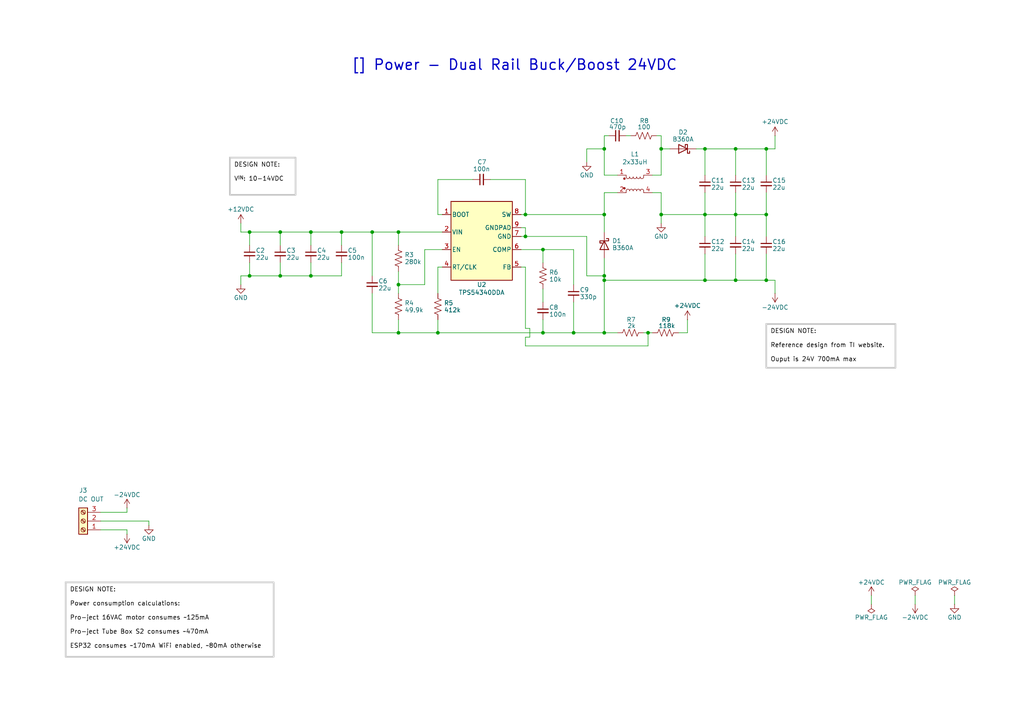
<source format=kicad_sch>
(kicad_sch (version 20250114) (generator "eeschema") (generator_version "9.0")
  (paper "A4")
  (title_block (title "Power - Dual Rail Buck/Boost 24VDC") (date "2025-07-13") (rev "1.2") (company "Wattle Labs"))
  (lib_symbols
    (symbol "Connector:Screw_Terminal_01x03" (pin_names (offset 1.016) (hide yes))
      (property "Reference" "J" (at 0 5.08 0))
      (property "Value" "Screw_Terminal_01x03" (at 0 -5.08 0))
      (symbol "Screw_Terminal_01x03_1_1"
        (rectangle (start -1.27 3.81) (end 1.27 -3.81) (stroke (width 0.254)) (fill (type background)))
        (polyline (pts (xy -0.5334 2.8702) (xy 0.3302 2.032)) (stroke (width 0.1524)))
        (polyline (pts (xy -0.5334 0.3302) (xy 0.3302 -0.508)) (stroke (width 0.1524)))
        (polyline (pts (xy -0.5334 -2.2098) (xy 0.3302 -3.048)) (stroke (width 0.1524)))
        (polyline (pts (xy -0.3556 3.048) (xy 0.508 2.2098)) (stroke (width 0.1524)))
        (polyline (pts (xy -0.3556 0.508) (xy 0.508 -0.3302)) (stroke (width 0.1524)))
        (polyline (pts (xy -0.3556 -2.032) (xy 0.508 -2.8702)) (stroke (width 0.1524)))
        (circle (center 0 2.54) (radius 0.635) (stroke (width 0.1524)))
        (circle (center 0 0) (radius 0.635) (stroke (width 0.1524)))
        (circle (center 0 -2.54) (radius 0.635) (stroke (width 0.1524)))
        (pin passive line (at -5.08 2.54 0) (length 3.81) (name "Pin_1") (number "1"))
        (pin passive line (at -5.08 0 0) (length 3.81) (name "Pin_2") (number "2"))
        (pin passive line (at -5.08 -2.54 0) (length 3.81) (name "Pin_3") (number "3"))
      )
    )
    (symbol "Device:C_Small" (pin_numbers (hide yes)) (pin_names (offset 0.254) (hide yes))
      (property "Reference" "C" (at 0.254 1.778 0))
      (property "Value" "C_Small" (at 0.254 -2.032 0))
      (symbol "C_Small_0_1"
        (polyline (pts (xy -1.524 0.508) (xy 1.524 0.508)) (stroke (width 0.3048)))
        (polyline (pts (xy -1.524 -0.508) (xy 1.524 -0.508)) (stroke (width 0.3302)))
      )
      (symbol "C_Small_1_1"
        (pin passive line (at 0 2.54 270) (length 2.032) (name "~") (number "1"))
        (pin passive line (at 0 -2.54 90) (length 2.032) (name "~") (number "2"))
      )
    )
    (symbol "Device:L_Coupled_1324" (pin_names (offset 0.254) (hide yes))
      (property "Reference" "L" (at 0 4.445 0))
      (property "Value" "L_Coupled_1324" (at 0 -4.445 0))
      (symbol "L_Coupled_1324_0_1"
        (circle (center -3.048 1.524) (radius 0.254) (fill (type outline)))
        (circle (center -3.048 -1.27) (radius 0.254) (fill (type outline)))
        (polyline (pts (xy -2.54 2.032) (xy -2.54 2.54)))
        (polyline (pts (xy -2.54 -2.032) (xy -2.54 -2.54)))
        (arc (start -1.524 2.032) (mid -2.032 1.5262) (end -2.54 2.032))
        (arc (start -2.54 -2.032) (mid -2.032 -1.5262) (end -1.524 -2.032))
        (arc (start -0.508 2.032) (mid -1.016 1.5262) (end -1.524 2.032))
        (arc (start -1.524 -2.032) (mid -1.016 -1.5262) (end -0.508 -2.032))
        (arc (start 0.508 2.032) (mid 0 1.5262) (end -0.508 2.032))
        (arc (start -0.508 -2.032) (mid 0 -1.5262) (end 0.508 -2.032))
        (arc (start 1.524 2.032) (mid 1.016 1.5262) (end 0.508 2.032))
        (arc (start 0.508 -2.032) (mid 1.016 -1.5262) (end 1.524 -2.032))
        (arc (start 2.54 2.032) (mid 2.032 1.5262) (end 1.524 2.032))
        (arc (start 1.524 -2.032) (mid 2.032 -1.5262) (end 2.54 -2.032))
        (polyline (pts (xy 2.54 2.54) (xy 2.54 2.032)))
        (polyline (pts (xy 2.54 -2.032) (xy 2.54 -2.54)))
      )
      (symbol "L_Coupled_1324_1_1"
        (pin passive line (at -5.08 2.54 0) (length 2.54) (name "1") (number "1"))
        (pin passive line (at -5.08 -2.54 0) (length 2.54) (name "2") (number "2"))
        (pin passive line (at 5.08 2.54 180) (length 2.54) (name "3") (number "3"))
        (pin passive line (at 5.08 -2.54 180) (length 2.54) (name "4") (number "4"))
      )
    )
    (symbol "Device:R_US" (pin_numbers (hide yes)) (pin_names (offset 0))
      (property "Reference" "R" (at 2.54 0 90))
      (property "Value" "R_US" (at -2.54 0 90))
      (symbol "R_US_0_1"
        (polyline (pts (xy 0 2.286) (xy 0 2.54)))
        (polyline (pts (xy 0 2.286) (xy 1.016 1.905) (xy 0 1.524) (xy -1.016 1.143) (xy 0 0.762)))
        (polyline (pts (xy 0 0.762) (xy 1.016 0.381) (xy 0 0) (xy -1.016 -0.381) (xy 0 -0.762)))
        (polyline (pts (xy 0 -0.762) (xy 1.016 -1.143) (xy 0 -1.524) (xy -1.016 -1.905) (xy 0 -2.286)))
        (polyline (pts (xy 0 -2.286) (xy 0 -2.54)))
      )
      (symbol "R_US_1_1"
        (pin passive line (at 0 3.81 270) (length 1.27) (name "~") (number "1"))
        (pin passive line (at 0 -3.81 90) (length 1.27) (name "~") (number "2"))
      )
    )
    (symbol "Diode:B360" (pin_numbers (hide yes)) (pin_names (offset 1.016) (hide yes))
      (property "Reference" "D" (at 0 2.54 0))
      (property "Value" "B360" (at 0 -2.54 0))
      (symbol "B360_0_1"
        (polyline (pts (xy -1.905 0.635) (xy -1.905 1.27) (xy -1.27 1.27) (xy -1.27 -1.27) (xy -0.635 -1.27) (xy -0.635 -0.635)) (stroke (width 0.254)))
        (polyline (pts (xy 1.27 1.27) (xy 1.27 -1.27) (xy -1.27 0) (xy 1.27 1.27)) (stroke (width 0.254)))
        (polyline (pts (xy 1.27 0) (xy -1.27 0)))
      )
      (symbol "B360_1_1"
        (pin passive line (at -3.81 0 0) (length 2.54) (name "K") (number "1"))
        (pin passive line (at 3.81 0 180) (length 2.54) (name "A") (number "2"))
      )
    )
    (symbol "Wattle_Regulators:TPS54340DDA" (pin_names (offset 0.254))
      (property "Reference" "U" (at -7.112 13.208 0))
      (property "Value" "TPS54340DDA" (at -7.112 11.176 0))
      (symbol "TPS54340DDA_0_1"
        (rectangle (start -8.89 10.16) (end 8.89 -12.7) (stroke (width 0.254)) (fill (type background)))
      )
      (symbol "TPS54340DDA_1_1"
        (pin input line (at -11.43 6.35 0) (length 2.54) (name "BOOT") (number "1"))
        (pin power_in line (at -11.43 1.27 0) (length 2.54) (name "VIN") (number "2"))
        (pin input line (at -11.43 -3.81 0) (length 2.54) (name "EN") (number "3"))
        (pin input line (at -11.43 -8.89 0) (length 2.54) (name "RT/CLK") (number "4"))
        (pin output line (at 11.43 6.35 180) (length 2.54) (name "SW") (number "8"))
        (pin power_in line (at 11.43 2.54 180) (length 2.54) (name "GNDPAD") (number "9"))
        (pin power_in line (at 11.43 0 180) (length 2.54) (name "GND") (number "7"))
        (pin passive line (at 11.43 -3.81 180) (length 2.54) (name "COMP") (number "6"))
        (pin input line (at 11.43 -8.89 180) (length 2.54) (name "FB") (number "5"))
      )
    )
    (symbol "power:+15V" (power) (pin_numbers (hide yes)) (pin_names (offset 0) (hide yes))
      (property "Value" "+15V" (at 0 3.556 0))
      (symbol "+15V_0_1"
        (polyline (pts (xy -0.762 1.27) (xy 0 2.54)))
        (polyline (pts (xy 0 2.54) (xy 0.762 1.27)))
        (polyline (pts (xy 0 0) (xy 0 2.54)))
      )
      (symbol "+15V_1_1"
        (pin power_in line (at 0 0 90) (length 0) (name "~") (number "1"))
      )
    )
    (symbol "power:+36V" (power) (pin_numbers (hide yes)) (pin_names (offset 0) (hide yes))
      (property "Value" "+36V" (at 0 3.556 0))
      (symbol "+36V_0_1"
        (polyline (pts (xy -0.762 1.27) (xy 0 2.54)))
        (polyline (pts (xy 0 2.54) (xy 0.762 1.27)))
        (polyline (pts (xy 0 0) (xy 0 2.54)))
      )
      (symbol "+36V_1_1"
        (pin power_in line (at 0 0 90) (length 0) (name "~") (number "1"))
      )
    )
    (symbol "power:GND" (power) (pin_numbers (hide yes)) (pin_names (offset 0) (hide yes))
      (property "Value" "GND" (at 0 -3.81 0))
      (symbol "GND_0_1"
        (polyline (pts (xy 0 0) (xy 0 -1.27) (xy 1.27 -1.27) (xy 0 -2.54) (xy -1.27 -1.27) (xy 0 -1.27)))
      )
      (symbol "GND_1_1"
        (pin power_in line (at 0 0 270) (length 0) (name "~") (number "1"))
      )
    )
    (symbol "power:PWR_FLAG" (power) (pin_numbers (hide yes)) (pin_names (offset 0) (hide yes))
      (property "Value" "PWR_FLAG" (at 0 3.81 0))
      (symbol "PWR_FLAG_0_0"
        (pin power_out line (at 0 0 90) (length 0) (name "~") (number "1"))
      )
      (symbol "PWR_FLAG_0_1"
        (polyline (pts (xy 0 0) (xy 0 1.27) (xy -1.016 1.905) (xy 0 2.54) (xy 1.016 1.905) (xy 0 1.27)))
      )
    )
  )
  (text_box "[${#}] ${TITLE}" (at 12.7 12.065 0) (size 273.05 13.335) (margins 2.2499 2.2499 2.2499 2.2499) (stroke (width -0.0001)) (effects (font (size 3 3) (thickness 0.375))))
  (text_box "DESIGN NOTE:\n\nPower consumption calculations:\n\nPro-ject 16VAC motor consumes ~125mA\n\nPro-ject Tube Box S2 consumes ~470mA\n\nESP32 consumes ~170mA WiFi enabled, ~80mA otherwise\n\n" (exclude_from_sim yes) (at 19.05 168.91 0) (size 60.325 21.59) (margins 1.2025 1.2025 1.2025 1.2025) (stroke (width 0.5) (color 200 200 200 1)) (effects (font (size 1.27 1.27)) (justify left top)))
  (text_box "DESIGN NOTE:\n\nReference design from TI website.\n\nOuput is 24V 700mA max" (exclude_from_sim yes) (at 222.25 93.98 0) (size 37.465 12.7) (margins 1.2025 1.2025 1.2025 1.2025) (stroke (width 0.5) (color 200 200 200 1)) (effects (font (size 1.27 1.27)) (justify left top)))
  (text_box "DESIGN NOTE:\n\nV^{IN}: 10-14VDC" (exclude_from_sim yes) (at 66.675 45.72 0) (size 19.05 10.795) (margins 1.2025 1.2025 1.2025 1.2025) (stroke (width 0.5) (color 200 200 200 1)) (effects (font (size 1.27 1.27)) (justify left top)))
  (junction (at 99.06 67.31))
  (junction (at 90.17 80.01))
  (junction (at 175.26 96.52))
  (junction (at 115.57 82.55))
  (junction (at 152.4 62.23))
  (junction (at 157.48 72.39))
  (junction (at 166.37 96.52))
  (junction (at 115.57 67.31))
  (junction (at 107.95 67.31))
  (junction (at 81.28 67.31))
  (junction (at 175.26 81.28))
  (junction (at 213.36 81.28))
  (junction (at 90.17 67.31))
  (junction (at 222.25 81.28))
  (junction (at 222.25 62.23))
  (junction (at 204.47 81.28))
  (junction (at 72.39 67.31))
  (junction (at 191.77 43.18))
  (junction (at 115.57 96.52))
  (junction (at 175.26 62.23))
  (junction (at 187.96 96.52))
  (junction (at 152.4 68.58))
  (junction (at 213.36 62.23))
  (junction (at 157.48 96.52))
  (junction (at 127 96.52))
  (junction (at 175.26 43.18))
  (junction (at 204.47 43.18))
  (junction (at 81.28 80.01))
  (junction (at 222.25 43.18))
  (junction (at 72.39 80.01))
  (junction (at 204.47 62.23))
  (junction (at 191.77 62.23))
  (junction (at 175.26 80.01))
  (junction (at 213.36 43.18))
  (wire (pts (xy 142.24 52.07) (xy 152.4 52.07)))
  (wire (pts (xy 213.36 43.18) (xy 213.36 50.8)))
  (wire (pts (xy 157.48 72.39) (xy 166.37 72.39)))
  (wire (pts (xy 72.39 67.31) (xy 72.39 71.12)))
  (wire (pts (xy 204.47 43.18) (xy 213.36 43.18)))
  (wire (pts (xy 175.26 55.88) (xy 175.26 62.23)))
  (wire (pts (xy 175.26 50.8) (xy 175.26 43.18)))
  (wire (pts (xy 175.26 62.23) (xy 175.26 67.31)))
  (wire (pts (xy 157.48 83.82) (xy 157.48 87.63)))
  (wire (pts (xy 99.06 67.31) (xy 99.06 71.12)))
  (wire (pts (xy 204.47 62.23) (xy 204.47 68.58)))
  (wire (pts (xy 224.79 39.37) (xy 224.79 43.18)))
  (wire (pts (xy 170.18 43.18) (xy 170.18 46.99)))
  (wire (pts (xy 152.4 77.47) (xy 151.13 77.47)))
  (wire (pts (xy 222.25 43.18) (xy 222.25 50.8)))
  (wire (pts (xy 166.37 96.52) (xy 175.26 96.52)))
  (wire (pts (xy 213.36 43.18) (xy 222.25 43.18)))
  (wire (pts (xy 36.83 153.67) (xy 36.83 154.94)))
  (wire (pts (xy 191.77 55.88) (xy 191.77 62.23)))
  (wire (pts (xy 175.26 74.93) (xy 175.26 80.01)))
  (wire (pts (xy 153.67 97.79) (xy 153.67 95.25)))
  (wire (pts (xy 196.85 96.52) (xy 199.39 96.52)))
  (wire (pts (xy 204.47 73.66) (xy 204.47 81.28)))
  (wire (pts (xy 175.26 55.88) (xy 179.07 55.88)))
  (wire (pts (xy 123.19 72.39) (xy 128.27 72.39)))
  (wire (pts (xy 265.43 172.72) (xy 265.43 175.26)))
  (wire (pts (xy 107.95 67.31) (xy 107.95 80.01)))
  (wire (pts (xy 107.95 67.31) (xy 99.06 67.31)))
  (wire (pts (xy 115.57 78.74) (xy 115.57 82.55)))
  (wire (pts (xy 153.67 95.25) (xy 152.4 95.25)))
  (wire (pts (xy 123.19 82.55) (xy 123.19 72.39)))
  (wire (pts (xy 276.86 172.72) (xy 276.86 175.26)))
  (wire (pts (xy 115.57 96.52) (xy 107.95 96.52)))
  (wire (pts (xy 222.25 73.66) (xy 222.25 81.28)))
  (wire (pts (xy 175.26 80.01) (xy 175.26 81.28)))
  (wire (pts (xy 157.48 92.71) (xy 157.48 96.52)))
  (wire (pts (xy 224.79 81.28) (xy 224.79 85.09)))
  (wire (pts (xy 213.36 55.88) (xy 213.36 62.23)))
  (wire (pts (xy 201.93 43.18) (xy 204.47 43.18)))
  (wire (pts (xy 191.77 62.23) (xy 204.47 62.23)))
  (wire (pts (xy 90.17 76.2) (xy 90.17 80.01)))
  (wire (pts (xy 204.47 43.18) (xy 204.47 50.8)))
  (wire (pts (xy 152.4 52.07) (xy 152.4 62.23)))
  (wire (pts (xy 191.77 62.23) (xy 191.77 64.77)))
  (wire (pts (xy 99.06 76.2) (xy 99.06 80.01)))
  (wire (pts (xy 127 92.71) (xy 127 96.52)))
  (wire (pts (xy 81.28 80.01) (xy 90.17 80.01)))
  (wire (pts (xy 127 96.52) (xy 115.57 96.52)))
  (wire (pts (xy 90.17 67.31) (xy 81.28 67.31)))
  (wire (pts (xy 90.17 80.01) (xy 99.06 80.01)))
  (wire (pts (xy 127 52.07) (xy 137.16 52.07)))
  (wire (pts (xy 187.96 96.52) (xy 187.96 100.33)))
  (wire (pts (xy 190.5 39.37) (xy 191.77 39.37)))
  (wire (pts (xy 175.26 81.28) (xy 175.26 96.52)))
  (wire (pts (xy 204.47 55.88) (xy 204.47 62.23)))
  (wire (pts (xy 29.21 148.59) (xy 36.83 148.59)))
  (wire (pts (xy 175.26 96.52) (xy 179.07 96.52)))
  (wire (pts (xy 199.39 92.71) (xy 199.39 96.52)))
  (wire (pts (xy 69.85 67.31) (xy 72.39 67.31)))
  (wire (pts (xy 252.73 172.72) (xy 252.73 175.26)))
  (wire (pts (xy 152.4 68.58) (xy 152.4 66.04)))
  (wire (pts (xy 152.4 68.58) (xy 170.18 68.58)))
  (wire (pts (xy 90.17 67.31) (xy 90.17 71.12)))
  (wire (pts (xy 170.18 80.01) (xy 175.26 80.01)))
  (wire (pts (xy 175.26 81.28) (xy 204.47 81.28)))
  (wire (pts (xy 151.13 68.58) (xy 152.4 68.58)))
  (wire (pts (xy 189.23 55.88) (xy 191.77 55.88)))
  (wire (pts (xy 181.61 39.37) (xy 182.88 39.37)))
  (wire (pts (xy 69.85 64.77) (xy 69.85 67.31)))
  (wire (pts (xy 43.18 152.4) (xy 43.18 151.13)))
  (wire (pts (xy 152.4 77.47) (xy 152.4 95.25)))
  (wire (pts (xy 115.57 67.31) (xy 115.57 71.12)))
  (wire (pts (xy 213.36 81.28) (xy 222.25 81.28)))
  (wire (pts (xy 186.69 96.52) (xy 187.96 96.52)))
  (wire (pts (xy 175.26 43.18) (xy 170.18 43.18)))
  (wire (pts (xy 213.36 73.66) (xy 213.36 81.28)))
  (wire (pts (xy 152.4 62.23) (xy 151.13 62.23)))
  (wire (pts (xy 204.47 62.23) (xy 213.36 62.23)))
  (wire (pts (xy 128.27 62.23) (xy 127 62.23)))
  (wire (pts (xy 81.28 67.31) (xy 72.39 67.31)))
  (wire (pts (xy 72.39 80.01) (xy 81.28 80.01)))
  (wire (pts (xy 29.21 153.67) (xy 36.83 153.67)))
  (wire (pts (xy 222.25 43.18) (xy 224.79 43.18)))
  (wire (pts (xy 128.27 77.47) (xy 127 77.47)))
  (wire (pts (xy 222.25 55.88) (xy 222.25 62.23)))
  (wire (pts (xy 191.77 50.8) (xy 189.23 50.8)))
  (wire (pts (xy 222.25 62.23) (xy 222.25 68.58)))
  (wire (pts (xy 191.77 39.37) (xy 191.77 43.18)))
  (wire (pts (xy 222.25 81.28) (xy 224.79 81.28)))
  (wire (pts (xy 115.57 82.55) (xy 123.19 82.55)))
  (wire (pts (xy 191.77 43.18) (xy 191.77 50.8)))
  (wire (pts (xy 36.83 147.32) (xy 36.83 148.59)))
  (wire (pts (xy 204.47 81.28) (xy 213.36 81.28)))
  (wire (pts (xy 115.57 92.71) (xy 115.57 96.52)))
  (wire (pts (xy 43.18 151.13) (xy 29.21 151.13)))
  (wire (pts (xy 127 62.23) (xy 127 52.07)))
  (wire (pts (xy 187.96 100.33) (xy 152.4 100.33)))
  (wire (pts (xy 152.4 100.33) (xy 152.4 97.79)))
  (wire (pts (xy 157.48 76.2) (xy 157.48 72.39)))
  (wire (pts (xy 213.36 62.23) (xy 213.36 68.58)))
  (wire (pts (xy 115.57 67.31) (xy 107.95 67.31)))
  (wire (pts (xy 175.26 39.37) (xy 175.26 43.18)))
  (wire (pts (xy 166.37 87.63) (xy 166.37 96.52)))
  (wire (pts (xy 81.28 76.2) (xy 81.28 80.01)))
  (wire (pts (xy 128.27 67.31) (xy 115.57 67.31)))
  (wire (pts (xy 152.4 97.79) (xy 153.67 97.79)))
  (wire (pts (xy 69.85 80.01) (xy 72.39 80.01)))
  (wire (pts (xy 157.48 96.52) (xy 166.37 96.52)))
  (wire (pts (xy 115.57 82.55) (xy 115.57 85.09)))
  (wire (pts (xy 157.48 72.39) (xy 151.13 72.39)))
  (wire (pts (xy 72.39 76.2) (xy 72.39 80.01)))
  (wire (pts (xy 152.4 62.23) (xy 175.26 62.23)))
  (wire (pts (xy 127 77.47) (xy 127 85.09)))
  (wire (pts (xy 69.85 80.01) (xy 69.85 82.55)))
  (wire (pts (xy 213.36 62.23) (xy 222.25 62.23)))
  (wire (pts (xy 81.28 67.31) (xy 81.28 71.12)))
  (wire (pts (xy 151.13 66.04) (xy 152.4 66.04)))
  (wire (pts (xy 107.95 85.09) (xy 107.95 96.52)))
  (wire (pts (xy 166.37 72.39) (xy 166.37 82.55)))
  (wire (pts (xy 170.18 68.58) (xy 170.18 80.01)))
  (wire (pts (xy 176.53 39.37) (xy 175.26 39.37)))
  (wire (pts (xy 187.96 96.52) (xy 189.23 96.52)))
  (wire (pts (xy 191.77 43.18) (xy 194.31 43.18)))
  (wire (pts (xy 99.06 67.31) (xy 90.17 67.31)))
  (wire (pts (xy 127 96.52) (xy 157.48 96.52)))
  (wire (pts (xy 175.26 50.8) (xy 179.07 50.8)))
  (symbol (lib_id "Device:C_Small") (at 90.17 73.66 0) (unit 1)
    (property "Reference" "C4" (at 91.948 72.644 0) (effects (justify left)))
    (property "Value" "22u" (at 91.948 74.676 0) (effects (justify left)))
    (property "Footprint" "Capacitor_SMD:C_0805_2012Metric" (effects (hide yes)))
    (property "Description" "CAP CER 22UF 35V X5R 0805" (effects (hide yes)))
    (property "Digikey_PN" "445-14428-1-ND" (effects (hide yes)))
  )
  (symbol (lib_id "power:PWR_FLAG") (at 276.86 172.72 0) (unit 1)
    (property "Reference" "#FLG05" (effects (hide yes)))
    (property "Value" "PWR_FLAG" (at 276.86 168.91 0))
    (property "Description" "Special symbol for telling ERC where power comes from" (effects (hide yes)))
  )
  (symbol (lib_id "Diode:B360") (at 175.26 71.12 270) (unit 1)
    (property "Reference" "D1" (at 177.546 69.85 90) (effects (justify left)))
    (property "Value" "B360A" (at 177.546 71.882 90) (effects (justify left)))
    (property "Footprint" "Diode_SMD:D_SMA" (effects (hide yes)))
    (property "Datasheet" "http://www.jameco.com/Jameco/Products/ProdDS/1538777.pdf" (effects (hide yes)))
    (property "Description" "Diode 60 V 3A Surface Mount DO-214AC (SMA)" (effects (hide yes)))
    (property "Digikey_PN" "B360A-M3/61TGICT-ND" (effects (hide yes)))
  )
  (symbol (lib_id "Device:C_Small") (at 222.25 71.12 0) (unit 1)
    (property "Reference" "C16" (at 224.028 70.104 0) (effects (justify left)))
    (property "Value" "22u" (at 224.028 72.136 0) (effects (justify left)))
    (property "Footprint" "Capacitor_SMD:C_0805_2012Metric" (effects (hide yes)))
    (property "Description" "CAP CER 22UF 35V X5R 0805" (effects (hide yes)))
    (property "Digikey_PN" "445-14428-1-ND" (effects (hide yes)))
  )
  (symbol (lib_id "power:PWR_FLAG") (at 265.43 172.72 0) (unit 1)
    (property "Reference" "#FLG04" (effects (hide yes)))
    (property "Value" "PWR_FLAG" (at 265.43 168.91 0))
    (property "Description" "Special symbol for telling ERC where power comes from" (effects (hide yes)))
  )
  (symbol (lib_id "power:+15V") (at 69.85 64.77 0) (unit 1)
    (property "Reference" "#PWR014" (effects (hide yes)))
    (property "Value" "+12VDC" (at 69.85 60.706 0))
    (property "Description" "Power symbol creates a global label with name \"+15V\"" (effects (hide yes)))
  )
  (symbol (lib_id "Device:C_Small") (at 204.47 71.12 0) (unit 1)
    (property "Reference" "C12" (at 206.248 70.104 0) (effects (justify left)))
    (property "Value" "22u" (at 206.248 72.136 0) (effects (justify left)))
    (property "Footprint" "Capacitor_SMD:C_0805_2012Metric" (effects (hide yes)))
    (property "Description" "CAP CER 22UF 35V X5R 0805" (effects (hide yes)))
    (property "Digikey_PN" "445-14428-1-ND" (effects (hide yes)))
  )
  (symbol (lib_id "power:+15V") (at 199.39 92.71 0) (unit 1)
    (property "Reference" "#PWR018" (effects (hide yes)))
    (property "Value" "+24VDC" (at 199.39 88.646 0))
    (property "Description" "Power symbol creates a global label with name \"+15V\"" (effects (hide yes)))
  )
  (symbol (lib_id "Device:C_Small") (at 179.07 39.37 90) (unit 1)
    (property "Reference" "C10" (at 180.848 35.052 90) (effects (justify left)))
    (property "Value" "470p" (at 181.61 36.83 90) (effects (justify left)))
    (property "Footprint" "Capacitor_SMD:C_0603_1608Metric" (effects (hide yes)))
    (property "Description" "470 pF ±1% 50V Ceramic Capacitor C0G, NP0 0603 (1608 Metric)" (effects (hide yes)))
    (property "Digikey_PN" "399-C0603C471F5GACTUCT-ND" (effects (hide yes)))
  )
  (symbol (lib_id "power:+36V") (at 36.83 147.32 0) (unit 1)
    (property "Reference" "#PWR011" (effects (hide yes)))
    (property "Value" "-24VDC" (at 36.83 143.51 0))
    (property "Description" "Power symbol creates a global label with name \"+36V\"" (effects (hide yes)))
  )
  (symbol (lib_id "power:GND") (at 43.18 152.4 0) (unit 1)
    (property "Reference" "#PWR013" (effects (hide yes)))
    (property "Value" "GND" (at 43.18 156.21 0))
    (property "Description" "Power symbol creates a global label with name \"GND\" , ground" (effects (hide yes)))
  )
  (symbol (lib_id "Device:C_Small") (at 107.95 82.55 0) (unit 1)
    (property "Reference" "C6" (at 109.728 81.534 0) (effects (justify left)))
    (property "Value" "22u" (at 109.728 83.566 0) (effects (justify left)))
    (property "Footprint" "Capacitor_SMD:C_0805_2012Metric" (effects (hide yes)))
    (property "Description" "CAP CER 22UF 35V X5R 0805" (effects (hide yes)))
    (property "Digikey_PN" "445-14428-1-ND" (effects (hide yes)))
  )
  (symbol (lib_id "Device:C_Small") (at 99.06 73.66 0) (unit 1)
    (property "Reference" "C5" (at 100.838 72.644 0) (effects (justify left)))
    (property "Value" "100n" (at 100.838 74.676 0) (effects (justify left)))
    (property "Footprint" "Capacitor_SMD:C_0603_1608Metric" (effects (hide yes)))
    (property "Description" "0.1 µF ±10% 35V Ceramic Capacitor X7R 0603 (1608 Metric)" (effects (hide yes)))
    (property "Digikey_PN" "587-3354-1-ND" (effects (hide yes)))
  )
  (symbol (lib_id "Device:C_Small") (at 157.48 90.17 0) (unit 1)
    (property "Reference" "C8" (at 159.258 89.154 0) (effects (justify left)))
    (property "Value" "100n" (at 159.258 91.186 0) (effects (justify left)))
    (property "Footprint" "Capacitor_SMD:C_0603_1608Metric" (effects (hide yes)))
    (property "Description" "0.1 µF ±10% 35V Ceramic Capacitor X7R 0603 (1608 Metric)" (effects (hide yes)))
    (property "Digikey_PN" "587-3354-1-ND" (effects (hide yes)))
  )
  (symbol (lib_id "power:GND") (at 276.86 175.26 0) (unit 1)
    (property "Reference" "#PWR024" (effects (hide yes)))
    (property "Value" "GND" (at 276.86 179.07 0))
    (property "Description" "Power symbol creates a global label with name \"GND\" , ground" (effects (hide yes)))
  )
  (symbol (lib_id "Device:C_Small") (at 166.37 85.09 0) (unit 1)
    (property "Reference" "C9" (at 168.148 84.074 0) (effects (justify left)))
    (property "Value" "330p" (at 168.148 86.106 0) (effects (justify left)))
    (property "Footprint" "Capacitor_SMD:C_0603_1608Metric" (effects (hide yes)))
    (property "Description" "330 pF ±10% 50V Ceramic Capacitor X7R 0603 (1608 Metric)" (effects (hide yes)))
    (property "Digikey_PN" "399-C0603C331K5RACTUCT-ND" (effects (hide yes)))
  )
  (symbol (lib_id "Device:R_US") (at 115.57 74.93 0) (unit 1)
    (property "Reference" "R3" (at 117.348 73.914 0) (effects (justify left)))
    (property "Value" "280k" (at 117.348 75.946 0) (effects (justify left)))
    (property "Footprint" "Resistor_SMD:R_0603_1608Metric" (effects (hide yes)))
    (property "Description" "RES 280K OHM 1% 1/10W 0603" (effects (hide yes)))
    (property "Digikey_PN" "311-280KHRCT-ND" (effects (hide yes)))
  )
  (symbol (lib_id "Device:C_Small") (at 139.7 52.07 90) (unit 1)
    (property "Reference" "C7" (at 138.43 46.99 90) (effects (justify right)))
    (property "Value" "100n" (at 137.16 49.022 90) (effects (justify right)))
    (property "Footprint" "Capacitor_SMD:C_0603_1608Metric" (effects (hide yes)))
    (property "Description" "0.1 µF ±10% 35V Ceramic Capacitor X7R 0603 (1608 Metric)" (effects (hide yes)))
    (property "Digikey_PN" "587-3354-1-ND" (effects (hide yes)))
  )
  (symbol (lib_id "power:PWR_FLAG") (at 252.73 175.26 180) (unit 1)
    (property "Reference" "#FLG06" (effects (hide yes)))
    (property "Value" "PWR_FLAG" (at 252.73 179.07 0))
    (property "Description" "Special symbol for telling ERC where power comes from" (effects (hide yes)))
  )
  (symbol (lib_id "Device:R_US") (at 127 88.9 0) (unit 1)
    (property "Reference" "R5" (at 128.778 87.884 0) (effects (justify left)))
    (property "Value" "412k" (at 128.778 89.916 0) (effects (justify left)))
    (property "Footprint" "Resistor_SMD:R_0603_1608Metric" (effects (hide yes)))
    (property "Description" "RES 412K OHM 1% 1/10W 0603" (effects (hide yes)))
    (property "Digikey_PN" "311-412KHRCT-ND" (effects (hide yes)))
  )
  (symbol (lib_id "Device:C_Small") (at 81.28 73.66 0) (unit 1)
    (property "Reference" "C3" (at 83.058 72.644 0) (effects (justify left)))
    (property "Value" "22u" (at 83.058 74.676 0) (effects (justify left)))
    (property "Footprint" "Capacitor_SMD:C_0805_2012Metric" (effects (hide yes)))
    (property "Description" "CAP CER 22UF 35V X5R 0805" (effects (hide yes)))
    (property "Digikey_PN" "445-14428-1-ND" (effects (hide yes)))
  )
  (symbol (lib_id "power:+36V") (at 265.43 175.26 180) (unit 1)
    (property "Reference" "#PWR025" (effects (hide yes)))
    (property "Value" "-24VDC" (at 265.43 179.07 0))
    (property "Description" "Power symbol creates a global label with name \"+36V\"" (effects (hide yes)))
  )
  (symbol (lib_id "Device:R_US") (at 182.88 96.52 90) (unit 1)
    (property "Reference" "R7" (at 184.404 92.71 90) (effects (justify left)))
    (property "Value" "2k" (at 184.404 94.488 90) (effects (justify left)))
    (property "Footprint" "Resistor_SMD:R_0603_1608Metric" (effects (hide yes)))
    (property "Description" "RES 2K OHM 1% 1/10W 0603" (effects (hide yes)))
    (property "Digikey_PN" "541-3953-1-ND" (effects (hide yes)))
  )
  (symbol (lib_id "Device:C_Small") (at 204.47 53.34 0) (unit 1)
    (property "Reference" "C11" (at 206.248 52.324 0) (effects (justify left)))
    (property "Value" "22u" (at 206.248 54.356 0) (effects (justify left)))
    (property "Footprint" "Capacitor_SMD:C_0805_2012Metric" (effects (hide yes)))
    (property "Description" "CAP CER 22UF 35V X5R 0805" (effects (hide yes)))
    (property "Digikey_PN" "445-14428-1-ND" (effects (hide yes)))
  )
  (symbol (lib_id "power:+36V") (at 252.73 172.72 0) (unit 1)
    (property "Reference" "#PWR023" (effects (hide yes)))
    (property "Value" "+24VDC" (at 252.73 168.91 0))
    (property "Description" "Power symbol creates a global label with name \"+36V\"" (effects (hide yes)))
  )
  (symbol (lib_id "power:GND") (at 69.85 82.55 0) (unit 1)
    (property "Reference" "#PWR015" (effects (hide yes)))
    (property "Value" "GND" (at 69.85 86.36 0))
    (property "Description" "Power symbol creates a global label with name \"GND\" , ground" (effects (hide yes)))
  )
  (symbol (lib_id "power:GND") (at 170.18 46.99 0) (unit 1)
    (property "Reference" "#PWR016" (effects (hide yes)))
    (property "Value" "GND" (at 170.18 50.8 0))
    (property "Description" "Power symbol creates a global label with name \"GND\" , ground" (effects (hide yes)))
  )
  (symbol (lib_id "Device:R_US") (at 115.57 88.9 0) (unit 1)
    (property "Reference" "R4" (at 117.348 87.884 0) (effects (justify left)))
    (property "Value" "49.9k" (at 117.348 89.916 0) (effects (justify left)))
    (property "Footprint" "Resistor_SMD:R_0603_1608Metric" (effects (hide yes)))
    (property "Description" "RES 49.9K OHM 1% 1/10W 0603" (effects (hide yes)))
    (property "Digikey_PN" "541-3989-1-ND" (effects (hide yes)))
  )
  (symbol (lib_id "power:+15V") (at 224.79 85.09 180) (unit 1)
    (property "Reference" "#PWR020" (effects (hide yes)))
    (property "Value" "-24VDC" (at 224.79 89.154 0))
    (property "Description" "Power symbol creates a global label with name \"+15V\"" (effects (hide yes)))
  )
  (symbol (lib_id "Connector:Screw_Terminal_01x03") (at 24.13 151.13 180) (unit 1) (in_bom no)
    (property "Reference" "J3" (at 24.13 142.24 0))
    (property "Value" "DC OUT" (at 26.416 144.78 0))
    (property "Footprint" "Wattle_Connectors:TerminalBlock_1x03_P5.00mm" (effects (hide yes)))
    (property "Description" "Generic screw terminal, single row, 01x03, script generated (kicad-library-utils/schlib/autogen/connector/)" (effects (hide yes)))
    (property "Silk" "24VDC OUT" (effects (hide yes)))
  )
  (symbol (lib_id "power:+15V") (at 224.79 39.37 0) (unit 1)
    (property "Reference" "#PWR019" (effects (hide yes)))
    (property "Value" "+24VDC" (at 224.79 35.306 0))
    (property "Description" "Power symbol creates a global label with name \"+15V\"" (effects (hide yes)))
  )
  (symbol (lib_id "Wattle_Regulators:TPS54340DDA") (at 139.7 68.58 0) (unit 1)
    (property "Reference" "U2" (at 139.7 82.55 0))
    (property "Value" "TPS54340DDA" (at 139.7 84.836 0))
    (property "Footprint" "Package_SO:TI_SO-PowerPAD-8_ThermalVias" (effects (hide yes)))
    (property "Datasheet" "http://www.ti.com/lit/ds/symlink/tps54340.pdf" (effects (hide yes)))
    (property "Description" "3.5A, Step Down DC-DC Converter with Eco-mode, 4.5-42V Input Voltage, PowerSO-8" (effects (hide yes)))
    (property "Digikey_PN" "296-35495-5-ND" (effects (hide yes)))
  )
  (symbol (lib_id "Diode:B360") (at 198.12 43.18 180) (unit 1)
    (property "Reference" "D2" (at 198.12 38.354 0))
    (property "Value" "B360A" (at 198.12 40.386 0))
    (property "Footprint" "Diode_SMD:D_SMA" (effects (hide yes)))
    (property "Datasheet" "http://www.jameco.com/Jameco/Products/ProdDS/1538777.pdf" (effects (hide yes)))
    (property "Description" "Diode 60 V 3A Surface Mount DO-214AC (SMA)" (effects (hide yes)))
    (property "Digikey_PN" "B360A-M3/61TGICT-ND" (effects (hide yes)))
  )
  (symbol (lib_id "Device:R_US") (at 186.69 39.37 90) (unit 1)
    (property "Reference" "R8" (at 188.214 35.052 90) (effects (justify left)))
    (property "Value" "100" (at 188.722 36.83 90) (effects (justify left)))
    (property "Footprint" "Resistor_SMD:R_0603_1608Metric" (effects (hide yes)))
    (property "Description" "Resistor, US symbol" (effects (hide yes)))
    (property "Digikey_PN" "311-100HRCT-ND" (effects (hide yes)))
  )
  (symbol (lib_id "power:+36V") (at 36.83 154.94 180) (unit 1)
    (property "Reference" "#PWR012" (effects (hide yes)))
    (property "Value" "+24VDC" (at 36.83 158.75 0))
    (property "Description" "Power symbol creates a global label with name \"+36V\"" (effects (hide yes)))
  )
  (symbol (lib_id "power:GND") (at 191.77 64.77 0) (unit 1)
    (property "Reference" "#PWR017" (effects (hide yes)))
    (property "Value" "GND" (at 191.77 68.58 0))
    (property "Description" "Power symbol creates a global label with name \"GND\" , ground" (effects (hide yes)))
  )
  (symbol (lib_id "Device:C_Small") (at 72.39 73.66 0) (unit 1)
    (property "Reference" "C2" (at 74.168 72.644 0) (effects (justify left)))
    (property "Value" "22u" (at 74.168 74.676 0) (effects (justify left)))
    (property "Footprint" "Capacitor_SMD:C_0805_2012Metric" (effects (hide yes)))
    (property "Description" "CAP CER 22UF 35V X5R 0805" (effects (hide yes)))
    (property "Digikey_PN" "445-14428-1-ND" (effects (hide yes)))
  )
  (symbol (lib_id "Device:C_Small") (at 213.36 71.12 0) (unit 1)
    (property "Reference" "C14" (at 215.138 70.104 0) (effects (justify left)))
    (property "Value" "22u" (at 215.138 72.136 0) (effects (justify left)))
    (property "Footprint" "Capacitor_SMD:C_0805_2012Metric" (effects (hide yes)))
    (property "Description" "CAP CER 22UF 35V X5R 0805" (effects (hide yes)))
    (property "Digikey_PN" "445-14428-1-ND" (effects (hide yes)))
  )
  (symbol (lib_id "Device:C_Small") (at 222.25 53.34 0) (unit 1)
    (property "Reference" "C15" (at 224.028 52.324 0) (effects (justify left)))
    (property "Value" "22u" (at 224.028 54.356 0) (effects (justify left)))
    (property "Footprint" "Capacitor_SMD:C_0805_2012Metric" (effects (hide yes)))
    (property "Description" "CAP CER 22UF 35V X5R 0805" (effects (hide yes)))
    (property "Digikey_PN" "445-14428-1-ND" (effects (hide yes)))
  )
  (symbol (lib_id "Device:L_Coupled_1324") (at 184.15 53.34 0) (unit 1)
    (property "Reference" "L1" (at 184.15 44.704 0))
    (property "Value" "2x33uH" (at 184.15 46.99 0))
    (property "Footprint" "Wattle_Inductors:Bournes_SRF1260-330M" (effects (hide yes)))
    (property "Description" "INDUCT ARRAY 2 COIL 33UH SMD" (effects (hide yes)))
    (property "Digikey_PN" "SRF1260-330MCT-ND" (effects (hide yes)))
  )
  (symbol (lib_id "Device:R_US") (at 193.04 96.52 90) (unit 1)
    (property "Reference" "R9" (at 194.564 92.71 90) (effects (justify left)))
    (property "Value" "118k" (at 195.834 94.488 90) (effects (justify left)))
    (property "Footprint" "Resistor_SMD:R_0603_1608Metric" (effects (hide yes)))
    (property "Description" "RES SMD 118K OHM 1% 1/10W 0603" (effects (hide yes)))
    (property "Digikey_PN" "541-118KHCT-ND" (effects (hide yes)))
  )
  (symbol (lib_id "Device:R_US") (at 157.48 80.01 0) (unit 1)
    (property "Reference" "R6" (at 159.258 78.994 0) (effects (justify left)))
    (property "Value" "10k" (at 159.258 81.026 0) (effects (justify left)))
    (property "Footprint" "Resistor_SMD:R_0603_1608Metric" (effects (hide yes)))
    (property "Description" "Resistor, US symbol" (effects (hide yes)))
    (property "Digikey_PN" "A121523CT-ND" (effects (hide yes)))
  )
  (symbol (lib_id "Device:C_Small") (at 213.36 53.34 0) (unit 1)
    (property "Reference" "C13" (at 215.138 52.324 0) (effects (justify left)))
    (property "Value" "22u" (at 215.138 54.356 0) (effects (justify left)))
    (property "Footprint" "Capacitor_SMD:C_0805_2012Metric" (effects (hide yes)))
    (property "Description" "CAP CER 22UF 35V X5R 0805" (effects (hide yes)))
    (property "Digikey_PN" "445-14428-1-ND" (effects (hide yes)))
  )
)
</source>
